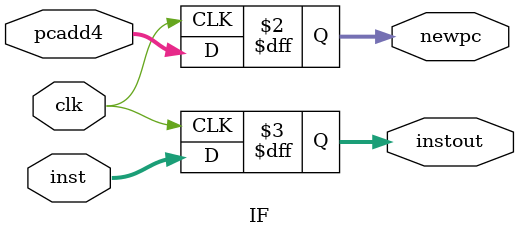
<source format=v>
`timescale 1ns / 1ps


module IF(
    input clk,
    input [3:0] pcadd4,
    input [15:0] inst,
    output reg [3:0] newpc,
    output reg [15:0] instout
    );
    always@(posedge clk) begin
        newpc <= pcadd4;
        instout <= inst;      
    end 
    
    
endmodule

</source>
